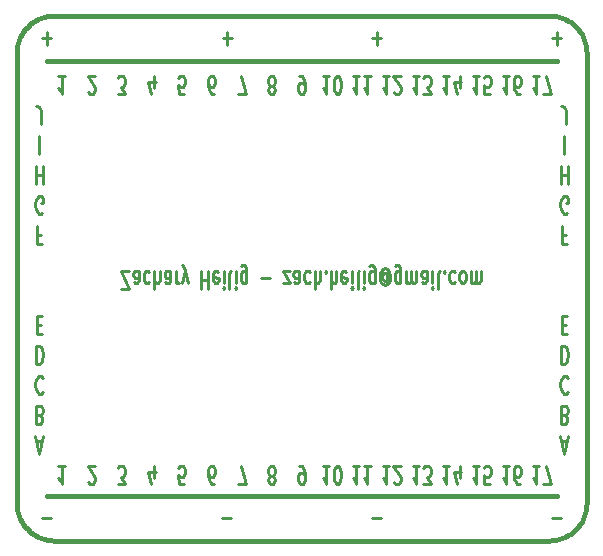
<source format=gbo>
G04 (created by PCBNEW-RS274X (2012-01-19 BZR 3256)-stable) date 4/28/2012 8:21:40 PM*
G01*
G70*
G90*
%MOIN*%
G04 Gerber Fmt 3.4, Leading zero omitted, Abs format*
%FSLAX34Y34*%
G04 APERTURE LIST*
%ADD10C,0.006000*%
%ADD11C,0.015000*%
%ADD12C,0.009800*%
G04 APERTURE END LIST*
G54D10*
G54D11*
X53750Y-46750D02*
X70250Y-46750D01*
X52500Y-30500D02*
X52500Y-45500D01*
X70250Y-29250D02*
X53750Y-29250D01*
X71500Y-45500D02*
X71500Y-30500D01*
X70250Y-46750D02*
X70358Y-46745D01*
X70467Y-46731D01*
X70573Y-46707D01*
X70677Y-46674D01*
X70778Y-46632D01*
X70875Y-46582D01*
X70966Y-46523D01*
X71053Y-46457D01*
X71133Y-46383D01*
X71207Y-46303D01*
X71273Y-46216D01*
X71332Y-46124D01*
X71382Y-46028D01*
X71424Y-45927D01*
X71457Y-45823D01*
X71481Y-45717D01*
X71495Y-45608D01*
X71500Y-45500D01*
X52500Y-45500D02*
X52505Y-45608D01*
X52519Y-45717D01*
X52543Y-45823D01*
X52576Y-45927D01*
X52618Y-46028D01*
X52668Y-46124D01*
X52727Y-46216D01*
X52793Y-46303D01*
X52867Y-46383D01*
X52947Y-46457D01*
X53034Y-46523D01*
X53126Y-46582D01*
X53222Y-46632D01*
X53323Y-46674D01*
X53427Y-46707D01*
X53533Y-46731D01*
X53642Y-46745D01*
X53750Y-46750D01*
X53750Y-29250D02*
X53642Y-29255D01*
X53533Y-29269D01*
X53427Y-29293D01*
X53323Y-29326D01*
X53222Y-29368D01*
X53126Y-29418D01*
X53034Y-29477D01*
X52947Y-29543D01*
X52867Y-29617D01*
X52793Y-29697D01*
X52727Y-29784D01*
X52668Y-29876D01*
X52618Y-29972D01*
X52576Y-30073D01*
X52543Y-30177D01*
X52519Y-30283D01*
X52505Y-30392D01*
X52500Y-30500D01*
X71500Y-30500D02*
X71495Y-30392D01*
X71481Y-30283D01*
X71457Y-30177D01*
X71424Y-30073D01*
X71382Y-29972D01*
X71332Y-29876D01*
X71273Y-29784D01*
X71207Y-29697D01*
X71133Y-29617D01*
X71053Y-29543D01*
X70966Y-29477D01*
X70875Y-29418D01*
X70778Y-29368D01*
X70677Y-29326D01*
X70573Y-29293D01*
X70467Y-29269D01*
X70358Y-29255D01*
X70250Y-29250D01*
G54D12*
X55988Y-38352D02*
X56251Y-38352D01*
X55988Y-37761D01*
X56251Y-37761D01*
X56570Y-37761D02*
X56570Y-38071D01*
X56551Y-38127D01*
X56513Y-38155D01*
X56438Y-38155D01*
X56401Y-38127D01*
X56570Y-37789D02*
X56532Y-37761D01*
X56438Y-37761D01*
X56401Y-37789D01*
X56382Y-37846D01*
X56382Y-37902D01*
X56401Y-37958D01*
X56438Y-37986D01*
X56532Y-37986D01*
X56570Y-38015D01*
X56926Y-37789D02*
X56888Y-37761D01*
X56813Y-37761D01*
X56776Y-37789D01*
X56757Y-37818D01*
X56738Y-37874D01*
X56738Y-38043D01*
X56757Y-38099D01*
X56776Y-38127D01*
X56813Y-38155D01*
X56888Y-38155D01*
X56926Y-38127D01*
X57095Y-37761D02*
X57095Y-38352D01*
X57264Y-37761D02*
X57264Y-38071D01*
X57245Y-38127D01*
X57207Y-38155D01*
X57151Y-38155D01*
X57114Y-38127D01*
X57095Y-38099D01*
X57620Y-37761D02*
X57620Y-38071D01*
X57601Y-38127D01*
X57563Y-38155D01*
X57488Y-38155D01*
X57451Y-38127D01*
X57620Y-37789D02*
X57582Y-37761D01*
X57488Y-37761D01*
X57451Y-37789D01*
X57432Y-37846D01*
X57432Y-37902D01*
X57451Y-37958D01*
X57488Y-37986D01*
X57582Y-37986D01*
X57620Y-38015D01*
X57807Y-37761D02*
X57807Y-38155D01*
X57807Y-38043D02*
X57826Y-38099D01*
X57844Y-38127D01*
X57882Y-38155D01*
X57919Y-38155D01*
X58013Y-38155D02*
X58107Y-37761D01*
X58201Y-38155D02*
X58107Y-37761D01*
X58070Y-37621D01*
X58051Y-37592D01*
X58013Y-37564D01*
X58651Y-37761D02*
X58651Y-38352D01*
X58651Y-38071D02*
X58876Y-38071D01*
X58876Y-37761D02*
X58876Y-38352D01*
X59214Y-37789D02*
X59176Y-37761D01*
X59101Y-37761D01*
X59064Y-37789D01*
X59045Y-37846D01*
X59045Y-38071D01*
X59064Y-38127D01*
X59101Y-38155D01*
X59176Y-38155D01*
X59214Y-38127D01*
X59233Y-38071D01*
X59233Y-38015D01*
X59045Y-37958D01*
X59402Y-37761D02*
X59402Y-38155D01*
X59402Y-38352D02*
X59383Y-38324D01*
X59402Y-38296D01*
X59421Y-38324D01*
X59402Y-38352D01*
X59402Y-38296D01*
X59646Y-37761D02*
X59609Y-37789D01*
X59590Y-37846D01*
X59590Y-38352D01*
X59796Y-37761D02*
X59796Y-38155D01*
X59796Y-38352D02*
X59777Y-38324D01*
X59796Y-38296D01*
X59815Y-38324D01*
X59796Y-38352D01*
X59796Y-38296D01*
X60153Y-38155D02*
X60153Y-37677D01*
X60134Y-37621D01*
X60115Y-37592D01*
X60078Y-37564D01*
X60021Y-37564D01*
X59984Y-37592D01*
X60153Y-37789D02*
X60115Y-37761D01*
X60040Y-37761D01*
X60003Y-37789D01*
X59984Y-37818D01*
X59965Y-37874D01*
X59965Y-38043D01*
X59984Y-38099D01*
X60003Y-38127D01*
X60040Y-38155D01*
X60115Y-38155D01*
X60153Y-38127D01*
X60640Y-37986D02*
X60940Y-37986D01*
X61390Y-38155D02*
X61597Y-38155D01*
X61390Y-37761D01*
X61597Y-37761D01*
X61916Y-37761D02*
X61916Y-38071D01*
X61897Y-38127D01*
X61859Y-38155D01*
X61784Y-38155D01*
X61747Y-38127D01*
X61916Y-37789D02*
X61878Y-37761D01*
X61784Y-37761D01*
X61747Y-37789D01*
X61728Y-37846D01*
X61728Y-37902D01*
X61747Y-37958D01*
X61784Y-37986D01*
X61878Y-37986D01*
X61916Y-38015D01*
X62272Y-37789D02*
X62234Y-37761D01*
X62159Y-37761D01*
X62122Y-37789D01*
X62103Y-37818D01*
X62084Y-37874D01*
X62084Y-38043D01*
X62103Y-38099D01*
X62122Y-38127D01*
X62159Y-38155D01*
X62234Y-38155D01*
X62272Y-38127D01*
X62441Y-37761D02*
X62441Y-38352D01*
X62610Y-37761D02*
X62610Y-38071D01*
X62591Y-38127D01*
X62553Y-38155D01*
X62497Y-38155D01*
X62460Y-38127D01*
X62441Y-38099D01*
X62797Y-37818D02*
X62816Y-37789D01*
X62797Y-37761D01*
X62778Y-37789D01*
X62797Y-37818D01*
X62797Y-37761D01*
X62985Y-37761D02*
X62985Y-38352D01*
X63154Y-37761D02*
X63154Y-38071D01*
X63135Y-38127D01*
X63097Y-38155D01*
X63041Y-38155D01*
X63004Y-38127D01*
X62985Y-38099D01*
X63491Y-37789D02*
X63453Y-37761D01*
X63378Y-37761D01*
X63341Y-37789D01*
X63322Y-37846D01*
X63322Y-38071D01*
X63341Y-38127D01*
X63378Y-38155D01*
X63453Y-38155D01*
X63491Y-38127D01*
X63510Y-38071D01*
X63510Y-38015D01*
X63322Y-37958D01*
X63679Y-37761D02*
X63679Y-38155D01*
X63679Y-38352D02*
X63660Y-38324D01*
X63679Y-38296D01*
X63698Y-38324D01*
X63679Y-38352D01*
X63679Y-38296D01*
X63923Y-37761D02*
X63886Y-37789D01*
X63867Y-37846D01*
X63867Y-38352D01*
X64073Y-37761D02*
X64073Y-38155D01*
X64073Y-38352D02*
X64054Y-38324D01*
X64073Y-38296D01*
X64092Y-38324D01*
X64073Y-38352D01*
X64073Y-38296D01*
X64430Y-38155D02*
X64430Y-37677D01*
X64411Y-37621D01*
X64392Y-37592D01*
X64355Y-37564D01*
X64298Y-37564D01*
X64261Y-37592D01*
X64430Y-37789D02*
X64392Y-37761D01*
X64317Y-37761D01*
X64280Y-37789D01*
X64261Y-37818D01*
X64242Y-37874D01*
X64242Y-38043D01*
X64261Y-38099D01*
X64280Y-38127D01*
X64317Y-38155D01*
X64392Y-38155D01*
X64430Y-38127D01*
X64861Y-38043D02*
X64842Y-38071D01*
X64804Y-38099D01*
X64767Y-38099D01*
X64729Y-38071D01*
X64711Y-38043D01*
X64692Y-37986D01*
X64692Y-37930D01*
X64711Y-37874D01*
X64729Y-37846D01*
X64767Y-37818D01*
X64804Y-37818D01*
X64842Y-37846D01*
X64861Y-37874D01*
X64861Y-38099D02*
X64861Y-37874D01*
X64879Y-37846D01*
X64898Y-37846D01*
X64936Y-37874D01*
X64955Y-37930D01*
X64955Y-38071D01*
X64917Y-38155D01*
X64861Y-38212D01*
X64786Y-38240D01*
X64711Y-38212D01*
X64654Y-38155D01*
X64617Y-38071D01*
X64598Y-37958D01*
X64617Y-37846D01*
X64654Y-37761D01*
X64711Y-37705D01*
X64786Y-37677D01*
X64861Y-37705D01*
X64917Y-37761D01*
X65293Y-38155D02*
X65293Y-37677D01*
X65274Y-37621D01*
X65255Y-37592D01*
X65218Y-37564D01*
X65161Y-37564D01*
X65124Y-37592D01*
X65293Y-37789D02*
X65255Y-37761D01*
X65180Y-37761D01*
X65143Y-37789D01*
X65124Y-37818D01*
X65105Y-37874D01*
X65105Y-38043D01*
X65124Y-38099D01*
X65143Y-38127D01*
X65180Y-38155D01*
X65255Y-38155D01*
X65293Y-38127D01*
X65480Y-37761D02*
X65480Y-38155D01*
X65480Y-38099D02*
X65499Y-38127D01*
X65536Y-38155D01*
X65592Y-38155D01*
X65630Y-38127D01*
X65649Y-38071D01*
X65649Y-37761D01*
X65649Y-38071D02*
X65667Y-38127D01*
X65705Y-38155D01*
X65761Y-38155D01*
X65799Y-38127D01*
X65818Y-38071D01*
X65818Y-37761D01*
X66174Y-37761D02*
X66174Y-38071D01*
X66155Y-38127D01*
X66117Y-38155D01*
X66042Y-38155D01*
X66005Y-38127D01*
X66174Y-37789D02*
X66136Y-37761D01*
X66042Y-37761D01*
X66005Y-37789D01*
X65986Y-37846D01*
X65986Y-37902D01*
X66005Y-37958D01*
X66042Y-37986D01*
X66136Y-37986D01*
X66174Y-38015D01*
X66361Y-37761D02*
X66361Y-38155D01*
X66361Y-38352D02*
X66342Y-38324D01*
X66361Y-38296D01*
X66380Y-38324D01*
X66361Y-38352D01*
X66361Y-38296D01*
X66605Y-37761D02*
X66568Y-37789D01*
X66549Y-37846D01*
X66549Y-38352D01*
X66755Y-37818D02*
X66774Y-37789D01*
X66755Y-37761D01*
X66736Y-37789D01*
X66755Y-37818D01*
X66755Y-37761D01*
X67112Y-37789D02*
X67074Y-37761D01*
X66999Y-37761D01*
X66962Y-37789D01*
X66943Y-37818D01*
X66924Y-37874D01*
X66924Y-38043D01*
X66943Y-38099D01*
X66962Y-38127D01*
X66999Y-38155D01*
X67074Y-38155D01*
X67112Y-38127D01*
X67337Y-37761D02*
X67300Y-37789D01*
X67281Y-37818D01*
X67262Y-37874D01*
X67262Y-38043D01*
X67281Y-38099D01*
X67300Y-38127D01*
X67337Y-38155D01*
X67393Y-38155D01*
X67431Y-38127D01*
X67450Y-38099D01*
X67468Y-38043D01*
X67468Y-37874D01*
X67450Y-37818D01*
X67431Y-37789D01*
X67393Y-37761D01*
X67337Y-37761D01*
X67637Y-37761D02*
X67637Y-38155D01*
X67637Y-38099D02*
X67656Y-38127D01*
X67693Y-38155D01*
X67749Y-38155D01*
X67787Y-38127D01*
X67806Y-38071D01*
X67806Y-37761D01*
X67806Y-38071D02*
X67824Y-38127D01*
X67862Y-38155D01*
X67918Y-38155D01*
X67956Y-38127D01*
X67975Y-38071D01*
X67975Y-37761D01*
X70656Y-43430D02*
X70844Y-43430D01*
X70619Y-43261D02*
X70750Y-43852D01*
X70881Y-43261D01*
X70778Y-42571D02*
X70834Y-42543D01*
X70853Y-42515D01*
X70872Y-42458D01*
X70872Y-42374D01*
X70853Y-42318D01*
X70834Y-42289D01*
X70797Y-42261D01*
X70647Y-42261D01*
X70647Y-42852D01*
X70778Y-42852D01*
X70816Y-42824D01*
X70834Y-42796D01*
X70853Y-42740D01*
X70853Y-42683D01*
X70834Y-42627D01*
X70816Y-42599D01*
X70778Y-42571D01*
X70647Y-42571D01*
X70872Y-41318D02*
X70853Y-41289D01*
X70797Y-41261D01*
X70759Y-41261D01*
X70703Y-41289D01*
X70666Y-41346D01*
X70647Y-41402D01*
X70628Y-41515D01*
X70628Y-41599D01*
X70647Y-41712D01*
X70666Y-41768D01*
X70703Y-41824D01*
X70759Y-41852D01*
X70797Y-41852D01*
X70853Y-41824D01*
X70872Y-41796D01*
X70647Y-40261D02*
X70647Y-40852D01*
X70741Y-40852D01*
X70797Y-40824D01*
X70834Y-40768D01*
X70853Y-40712D01*
X70872Y-40599D01*
X70872Y-40515D01*
X70853Y-40402D01*
X70834Y-40346D01*
X70797Y-40289D01*
X70741Y-40261D01*
X70647Y-40261D01*
X70666Y-39571D02*
X70797Y-39571D01*
X70853Y-39261D02*
X70666Y-39261D01*
X70666Y-39852D01*
X70853Y-39852D01*
X70806Y-36571D02*
X70675Y-36571D01*
X70675Y-36261D02*
X70675Y-36852D01*
X70862Y-36852D01*
X70853Y-35824D02*
X70816Y-35852D01*
X70759Y-35852D01*
X70703Y-35824D01*
X70666Y-35768D01*
X70647Y-35712D01*
X70628Y-35599D01*
X70628Y-35515D01*
X70647Y-35402D01*
X70666Y-35346D01*
X70703Y-35289D01*
X70759Y-35261D01*
X70797Y-35261D01*
X70853Y-35289D01*
X70872Y-35318D01*
X70872Y-35515D01*
X70797Y-35515D01*
X70638Y-34261D02*
X70638Y-34852D01*
X70638Y-34571D02*
X70863Y-34571D01*
X70863Y-34261D02*
X70863Y-34852D01*
X70750Y-33261D02*
X70750Y-33852D01*
X70806Y-32852D02*
X70806Y-32430D01*
X70788Y-32346D01*
X70750Y-32289D01*
X70694Y-32261D01*
X70656Y-32261D01*
X53306Y-32852D02*
X53306Y-32430D01*
X53288Y-32346D01*
X53250Y-32289D01*
X53194Y-32261D01*
X53156Y-32261D01*
X53250Y-33261D02*
X53250Y-33852D01*
X53138Y-34261D02*
X53138Y-34852D01*
X53138Y-34571D02*
X53363Y-34571D01*
X53363Y-34261D02*
X53363Y-34852D01*
X53353Y-35824D02*
X53316Y-35852D01*
X53259Y-35852D01*
X53203Y-35824D01*
X53166Y-35768D01*
X53147Y-35712D01*
X53128Y-35599D01*
X53128Y-35515D01*
X53147Y-35402D01*
X53166Y-35346D01*
X53203Y-35289D01*
X53259Y-35261D01*
X53297Y-35261D01*
X53353Y-35289D01*
X53372Y-35318D01*
X53372Y-35515D01*
X53297Y-35515D01*
X53306Y-36571D02*
X53175Y-36571D01*
X53175Y-36261D02*
X53175Y-36852D01*
X53362Y-36852D01*
X53166Y-39571D02*
X53297Y-39571D01*
X53353Y-39261D02*
X53166Y-39261D01*
X53166Y-39852D01*
X53353Y-39852D01*
X53147Y-40261D02*
X53147Y-40852D01*
X53241Y-40852D01*
X53297Y-40824D01*
X53334Y-40768D01*
X53353Y-40712D01*
X53372Y-40599D01*
X53372Y-40515D01*
X53353Y-40402D01*
X53334Y-40346D01*
X53297Y-40289D01*
X53241Y-40261D01*
X53147Y-40261D01*
X53372Y-41318D02*
X53353Y-41289D01*
X53297Y-41261D01*
X53259Y-41261D01*
X53203Y-41289D01*
X53166Y-41346D01*
X53147Y-41402D01*
X53128Y-41515D01*
X53128Y-41599D01*
X53147Y-41712D01*
X53166Y-41768D01*
X53203Y-41824D01*
X53259Y-41852D01*
X53297Y-41852D01*
X53353Y-41824D01*
X53372Y-41796D01*
X53278Y-42571D02*
X53334Y-42543D01*
X53353Y-42515D01*
X53372Y-42458D01*
X53372Y-42374D01*
X53353Y-42318D01*
X53334Y-42289D01*
X53297Y-42261D01*
X53147Y-42261D01*
X53147Y-42852D01*
X53278Y-42852D01*
X53316Y-42824D01*
X53334Y-42796D01*
X53353Y-42740D01*
X53353Y-42683D01*
X53334Y-42627D01*
X53316Y-42599D01*
X53278Y-42571D01*
X53147Y-42571D01*
X53156Y-43430D02*
X53344Y-43430D01*
X53119Y-43261D02*
X53250Y-43852D01*
X53381Y-43261D01*
X70650Y-46014D02*
X70350Y-46014D01*
X64650Y-46014D02*
X64350Y-46014D01*
X59650Y-46014D02*
X59350Y-46014D01*
X53650Y-46014D02*
X53350Y-46014D01*
G54D11*
X70500Y-45250D02*
X53500Y-45250D01*
G54D12*
X54113Y-44261D02*
X53888Y-44261D01*
X54001Y-44261D02*
X54001Y-44852D01*
X53963Y-44768D01*
X53926Y-44712D01*
X53888Y-44683D01*
X54888Y-44796D02*
X54907Y-44824D01*
X54944Y-44852D01*
X55038Y-44852D01*
X55076Y-44824D01*
X55094Y-44796D01*
X55113Y-44740D01*
X55113Y-44683D01*
X55094Y-44599D01*
X54869Y-44261D01*
X55113Y-44261D01*
X55869Y-44852D02*
X56113Y-44852D01*
X55982Y-44627D01*
X56038Y-44627D01*
X56076Y-44599D01*
X56094Y-44571D01*
X56113Y-44515D01*
X56113Y-44374D01*
X56094Y-44318D01*
X56076Y-44289D01*
X56038Y-44261D01*
X55926Y-44261D01*
X55888Y-44289D01*
X55869Y-44318D01*
X57076Y-44655D02*
X57076Y-44261D01*
X56982Y-44880D02*
X56888Y-44458D01*
X57132Y-44458D01*
X58094Y-44852D02*
X57907Y-44852D01*
X57888Y-44571D01*
X57907Y-44599D01*
X57944Y-44627D01*
X58038Y-44627D01*
X58076Y-44599D01*
X58094Y-44571D01*
X58113Y-44515D01*
X58113Y-44374D01*
X58094Y-44318D01*
X58076Y-44289D01*
X58038Y-44261D01*
X57944Y-44261D01*
X57907Y-44289D01*
X57888Y-44318D01*
X59076Y-44852D02*
X59001Y-44852D01*
X58963Y-44824D01*
X58944Y-44796D01*
X58907Y-44712D01*
X58888Y-44599D01*
X58888Y-44374D01*
X58907Y-44318D01*
X58926Y-44289D01*
X58963Y-44261D01*
X59038Y-44261D01*
X59076Y-44289D01*
X59094Y-44318D01*
X59113Y-44374D01*
X59113Y-44515D01*
X59094Y-44571D01*
X59076Y-44599D01*
X59038Y-44627D01*
X58963Y-44627D01*
X58926Y-44599D01*
X58907Y-44571D01*
X58888Y-44515D01*
X59869Y-44852D02*
X60132Y-44852D01*
X59963Y-44261D01*
X60963Y-44599D02*
X60926Y-44627D01*
X60907Y-44655D01*
X60888Y-44712D01*
X60888Y-44740D01*
X60907Y-44796D01*
X60926Y-44824D01*
X60963Y-44852D01*
X61038Y-44852D01*
X61076Y-44824D01*
X61094Y-44796D01*
X61113Y-44740D01*
X61113Y-44712D01*
X61094Y-44655D01*
X61076Y-44627D01*
X61038Y-44599D01*
X60963Y-44599D01*
X60926Y-44571D01*
X60907Y-44543D01*
X60888Y-44486D01*
X60888Y-44374D01*
X60907Y-44318D01*
X60926Y-44289D01*
X60963Y-44261D01*
X61038Y-44261D01*
X61076Y-44289D01*
X61094Y-44318D01*
X61113Y-44374D01*
X61113Y-44486D01*
X61094Y-44543D01*
X61076Y-44571D01*
X61038Y-44599D01*
X61926Y-44261D02*
X62001Y-44261D01*
X62038Y-44289D01*
X62057Y-44318D01*
X62094Y-44402D01*
X62113Y-44515D01*
X62113Y-44740D01*
X62094Y-44796D01*
X62076Y-44824D01*
X62038Y-44852D01*
X61963Y-44852D01*
X61926Y-44824D01*
X61907Y-44796D01*
X61888Y-44740D01*
X61888Y-44599D01*
X61907Y-44543D01*
X61926Y-44515D01*
X61963Y-44486D01*
X62038Y-44486D01*
X62076Y-44515D01*
X62094Y-44543D01*
X62113Y-44599D01*
X62925Y-44261D02*
X62700Y-44261D01*
X62813Y-44261D02*
X62813Y-44852D01*
X62775Y-44768D01*
X62738Y-44712D01*
X62700Y-44683D01*
X63169Y-44852D02*
X63206Y-44852D01*
X63244Y-44824D01*
X63263Y-44796D01*
X63281Y-44740D01*
X63300Y-44627D01*
X63300Y-44486D01*
X63281Y-44374D01*
X63263Y-44318D01*
X63244Y-44289D01*
X63206Y-44261D01*
X63169Y-44261D01*
X63131Y-44289D01*
X63113Y-44318D01*
X63094Y-44374D01*
X63075Y-44486D01*
X63075Y-44627D01*
X63094Y-44740D01*
X63113Y-44796D01*
X63131Y-44824D01*
X63169Y-44852D01*
X63925Y-44261D02*
X63700Y-44261D01*
X63813Y-44261D02*
X63813Y-44852D01*
X63775Y-44768D01*
X63738Y-44712D01*
X63700Y-44683D01*
X64300Y-44261D02*
X64075Y-44261D01*
X64188Y-44261D02*
X64188Y-44852D01*
X64150Y-44768D01*
X64113Y-44712D01*
X64075Y-44683D01*
X64925Y-44261D02*
X64700Y-44261D01*
X64813Y-44261D02*
X64813Y-44852D01*
X64775Y-44768D01*
X64738Y-44712D01*
X64700Y-44683D01*
X65075Y-44796D02*
X65094Y-44824D01*
X65131Y-44852D01*
X65225Y-44852D01*
X65263Y-44824D01*
X65281Y-44796D01*
X65300Y-44740D01*
X65300Y-44683D01*
X65281Y-44599D01*
X65056Y-44261D01*
X65300Y-44261D01*
X65925Y-44261D02*
X65700Y-44261D01*
X65813Y-44261D02*
X65813Y-44852D01*
X65775Y-44768D01*
X65738Y-44712D01*
X65700Y-44683D01*
X66056Y-44852D02*
X66300Y-44852D01*
X66169Y-44627D01*
X66225Y-44627D01*
X66263Y-44599D01*
X66281Y-44571D01*
X66300Y-44515D01*
X66300Y-44374D01*
X66281Y-44318D01*
X66263Y-44289D01*
X66225Y-44261D01*
X66113Y-44261D01*
X66075Y-44289D01*
X66056Y-44318D01*
X66925Y-44261D02*
X66700Y-44261D01*
X66813Y-44261D02*
X66813Y-44852D01*
X66775Y-44768D01*
X66738Y-44712D01*
X66700Y-44683D01*
X67263Y-44655D02*
X67263Y-44261D01*
X67169Y-44880D02*
X67075Y-44458D01*
X67319Y-44458D01*
X67925Y-44261D02*
X67700Y-44261D01*
X67813Y-44261D02*
X67813Y-44852D01*
X67775Y-44768D01*
X67738Y-44712D01*
X67700Y-44683D01*
X68281Y-44852D02*
X68094Y-44852D01*
X68075Y-44571D01*
X68094Y-44599D01*
X68131Y-44627D01*
X68225Y-44627D01*
X68263Y-44599D01*
X68281Y-44571D01*
X68300Y-44515D01*
X68300Y-44374D01*
X68281Y-44318D01*
X68263Y-44289D01*
X68225Y-44261D01*
X68131Y-44261D01*
X68094Y-44289D01*
X68075Y-44318D01*
X68925Y-44261D02*
X68700Y-44261D01*
X68813Y-44261D02*
X68813Y-44852D01*
X68775Y-44768D01*
X68738Y-44712D01*
X68700Y-44683D01*
X69263Y-44852D02*
X69188Y-44852D01*
X69150Y-44824D01*
X69131Y-44796D01*
X69094Y-44712D01*
X69075Y-44599D01*
X69075Y-44374D01*
X69094Y-44318D01*
X69113Y-44289D01*
X69150Y-44261D01*
X69225Y-44261D01*
X69263Y-44289D01*
X69281Y-44318D01*
X69300Y-44374D01*
X69300Y-44515D01*
X69281Y-44571D01*
X69263Y-44599D01*
X69225Y-44627D01*
X69150Y-44627D01*
X69113Y-44599D01*
X69094Y-44571D01*
X69075Y-44515D01*
X69925Y-44261D02*
X69700Y-44261D01*
X69813Y-44261D02*
X69813Y-44852D01*
X69775Y-44768D01*
X69738Y-44712D01*
X69700Y-44683D01*
X70056Y-44852D02*
X70319Y-44852D01*
X70150Y-44261D01*
X69925Y-31261D02*
X69700Y-31261D01*
X69813Y-31261D02*
X69813Y-31852D01*
X69775Y-31768D01*
X69738Y-31712D01*
X69700Y-31683D01*
X70056Y-31852D02*
X70319Y-31852D01*
X70150Y-31261D01*
X68925Y-31261D02*
X68700Y-31261D01*
X68813Y-31261D02*
X68813Y-31852D01*
X68775Y-31768D01*
X68738Y-31712D01*
X68700Y-31683D01*
X69263Y-31852D02*
X69188Y-31852D01*
X69150Y-31824D01*
X69131Y-31796D01*
X69094Y-31712D01*
X69075Y-31599D01*
X69075Y-31374D01*
X69094Y-31318D01*
X69113Y-31289D01*
X69150Y-31261D01*
X69225Y-31261D01*
X69263Y-31289D01*
X69281Y-31318D01*
X69300Y-31374D01*
X69300Y-31515D01*
X69281Y-31571D01*
X69263Y-31599D01*
X69225Y-31627D01*
X69150Y-31627D01*
X69113Y-31599D01*
X69094Y-31571D01*
X69075Y-31515D01*
X67925Y-31261D02*
X67700Y-31261D01*
X67813Y-31261D02*
X67813Y-31852D01*
X67775Y-31768D01*
X67738Y-31712D01*
X67700Y-31683D01*
X68281Y-31852D02*
X68094Y-31852D01*
X68075Y-31571D01*
X68094Y-31599D01*
X68131Y-31627D01*
X68225Y-31627D01*
X68263Y-31599D01*
X68281Y-31571D01*
X68300Y-31515D01*
X68300Y-31374D01*
X68281Y-31318D01*
X68263Y-31289D01*
X68225Y-31261D01*
X68131Y-31261D01*
X68094Y-31289D01*
X68075Y-31318D01*
X66925Y-31261D02*
X66700Y-31261D01*
X66813Y-31261D02*
X66813Y-31852D01*
X66775Y-31768D01*
X66738Y-31712D01*
X66700Y-31683D01*
X67263Y-31655D02*
X67263Y-31261D01*
X67169Y-31880D02*
X67075Y-31458D01*
X67319Y-31458D01*
X65925Y-31261D02*
X65700Y-31261D01*
X65813Y-31261D02*
X65813Y-31852D01*
X65775Y-31768D01*
X65738Y-31712D01*
X65700Y-31683D01*
X66056Y-31852D02*
X66300Y-31852D01*
X66169Y-31627D01*
X66225Y-31627D01*
X66263Y-31599D01*
X66281Y-31571D01*
X66300Y-31515D01*
X66300Y-31374D01*
X66281Y-31318D01*
X66263Y-31289D01*
X66225Y-31261D01*
X66113Y-31261D01*
X66075Y-31289D01*
X66056Y-31318D01*
X64925Y-31261D02*
X64700Y-31261D01*
X64813Y-31261D02*
X64813Y-31852D01*
X64775Y-31768D01*
X64738Y-31712D01*
X64700Y-31683D01*
X65075Y-31796D02*
X65094Y-31824D01*
X65131Y-31852D01*
X65225Y-31852D01*
X65263Y-31824D01*
X65281Y-31796D01*
X65300Y-31740D01*
X65300Y-31683D01*
X65281Y-31599D01*
X65056Y-31261D01*
X65300Y-31261D01*
X63925Y-31261D02*
X63700Y-31261D01*
X63813Y-31261D02*
X63813Y-31852D01*
X63775Y-31768D01*
X63738Y-31712D01*
X63700Y-31683D01*
X64300Y-31261D02*
X64075Y-31261D01*
X64188Y-31261D02*
X64188Y-31852D01*
X64150Y-31768D01*
X64113Y-31712D01*
X64075Y-31683D01*
X62925Y-31261D02*
X62700Y-31261D01*
X62813Y-31261D02*
X62813Y-31852D01*
X62775Y-31768D01*
X62738Y-31712D01*
X62700Y-31683D01*
X63169Y-31852D02*
X63206Y-31852D01*
X63244Y-31824D01*
X63263Y-31796D01*
X63281Y-31740D01*
X63300Y-31627D01*
X63300Y-31486D01*
X63281Y-31374D01*
X63263Y-31318D01*
X63244Y-31289D01*
X63206Y-31261D01*
X63169Y-31261D01*
X63131Y-31289D01*
X63113Y-31318D01*
X63094Y-31374D01*
X63075Y-31486D01*
X63075Y-31627D01*
X63094Y-31740D01*
X63113Y-31796D01*
X63131Y-31824D01*
X63169Y-31852D01*
X61926Y-31261D02*
X62001Y-31261D01*
X62038Y-31289D01*
X62057Y-31318D01*
X62094Y-31402D01*
X62113Y-31515D01*
X62113Y-31740D01*
X62094Y-31796D01*
X62076Y-31824D01*
X62038Y-31852D01*
X61963Y-31852D01*
X61926Y-31824D01*
X61907Y-31796D01*
X61888Y-31740D01*
X61888Y-31599D01*
X61907Y-31543D01*
X61926Y-31515D01*
X61963Y-31486D01*
X62038Y-31486D01*
X62076Y-31515D01*
X62094Y-31543D01*
X62113Y-31599D01*
X60963Y-31599D02*
X60926Y-31627D01*
X60907Y-31655D01*
X60888Y-31712D01*
X60888Y-31740D01*
X60907Y-31796D01*
X60926Y-31824D01*
X60963Y-31852D01*
X61038Y-31852D01*
X61076Y-31824D01*
X61094Y-31796D01*
X61113Y-31740D01*
X61113Y-31712D01*
X61094Y-31655D01*
X61076Y-31627D01*
X61038Y-31599D01*
X60963Y-31599D01*
X60926Y-31571D01*
X60907Y-31543D01*
X60888Y-31486D01*
X60888Y-31374D01*
X60907Y-31318D01*
X60926Y-31289D01*
X60963Y-31261D01*
X61038Y-31261D01*
X61076Y-31289D01*
X61094Y-31318D01*
X61113Y-31374D01*
X61113Y-31486D01*
X61094Y-31543D01*
X61076Y-31571D01*
X61038Y-31599D01*
X59869Y-31852D02*
X60132Y-31852D01*
X59963Y-31261D01*
X59076Y-31852D02*
X59001Y-31852D01*
X58963Y-31824D01*
X58944Y-31796D01*
X58907Y-31712D01*
X58888Y-31599D01*
X58888Y-31374D01*
X58907Y-31318D01*
X58926Y-31289D01*
X58963Y-31261D01*
X59038Y-31261D01*
X59076Y-31289D01*
X59094Y-31318D01*
X59113Y-31374D01*
X59113Y-31515D01*
X59094Y-31571D01*
X59076Y-31599D01*
X59038Y-31627D01*
X58963Y-31627D01*
X58926Y-31599D01*
X58907Y-31571D01*
X58888Y-31515D01*
X58094Y-31852D02*
X57907Y-31852D01*
X57888Y-31571D01*
X57907Y-31599D01*
X57944Y-31627D01*
X58038Y-31627D01*
X58076Y-31599D01*
X58094Y-31571D01*
X58113Y-31515D01*
X58113Y-31374D01*
X58094Y-31318D01*
X58076Y-31289D01*
X58038Y-31261D01*
X57944Y-31261D01*
X57907Y-31289D01*
X57888Y-31318D01*
X57076Y-31655D02*
X57076Y-31261D01*
X56982Y-31880D02*
X56888Y-31458D01*
X57132Y-31458D01*
X55869Y-31852D02*
X56113Y-31852D01*
X55982Y-31627D01*
X56038Y-31627D01*
X56076Y-31599D01*
X56094Y-31571D01*
X56113Y-31515D01*
X56113Y-31374D01*
X56094Y-31318D01*
X56076Y-31289D01*
X56038Y-31261D01*
X55926Y-31261D01*
X55888Y-31289D01*
X55869Y-31318D01*
G54D11*
X70500Y-30750D02*
X53500Y-30750D01*
G54D12*
X70650Y-30014D02*
X70350Y-30014D01*
X70500Y-30239D02*
X70500Y-29788D01*
X64650Y-30014D02*
X64350Y-30014D01*
X64500Y-30239D02*
X64500Y-29788D01*
X59675Y-30014D02*
X59375Y-30014D01*
X59525Y-30239D02*
X59525Y-29788D01*
X53650Y-30014D02*
X53350Y-30014D01*
X53500Y-30239D02*
X53500Y-29788D01*
X54888Y-31796D02*
X54907Y-31824D01*
X54944Y-31852D01*
X55038Y-31852D01*
X55076Y-31824D01*
X55094Y-31796D01*
X55113Y-31740D01*
X55113Y-31683D01*
X55094Y-31599D01*
X54869Y-31261D01*
X55113Y-31261D01*
X54113Y-31261D02*
X53888Y-31261D01*
X54001Y-31261D02*
X54001Y-31852D01*
X53963Y-31768D01*
X53926Y-31712D01*
X53888Y-31683D01*
M02*

</source>
